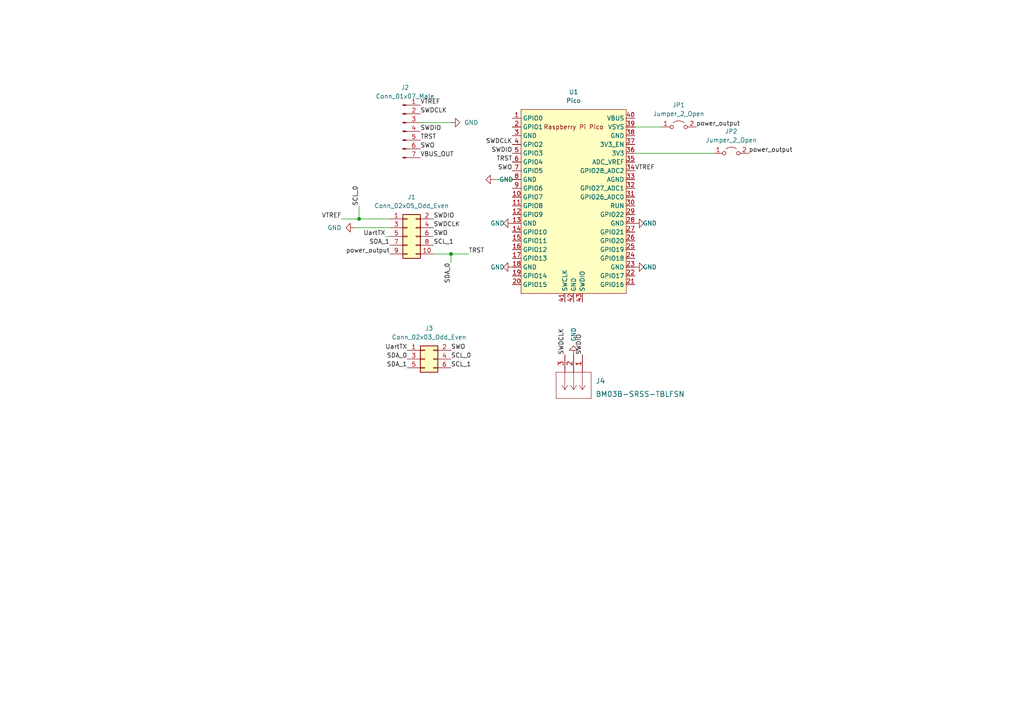
<source format=kicad_sch>
(kicad_sch (version 20211123) (generator eeschema)
  (paper "A4")
  (lib_symbols
    (symbol "Connector:Conn_01x07_Male" (pin_names (offset 1.016) hide)
      (property "Reference" "J" (at 0 10.16 0))
      (property "Value" "Conn_01x07_Male" (at 0 -10.16 0))
      (symbol "Conn_01x07_Male_1_1"
        (polyline (pts (xy 1.27 -7.62) (xy 0.8636 -7.62)) (stroke (width 0.1524)))
        (polyline (pts (xy 1.27 -5.08) (xy 0.8636 -5.08)) (stroke (width 0.1524)))
        (polyline (pts (xy 1.27 -2.54) (xy 0.8636 -2.54)) (stroke (width 0.1524)))
        (polyline (pts (xy 1.27 0) (xy 0.8636 0)) (stroke (width 0.1524)))
        (polyline (pts (xy 1.27 2.54) (xy 0.8636 2.54)) (stroke (width 0.1524)))
        (polyline (pts (xy 1.27 5.08) (xy 0.8636 5.08)) (stroke (width 0.1524)))
        (polyline (pts (xy 1.27 7.62) (xy 0.8636 7.62)) (stroke (width 0.1524)))
        (rectangle (start 0.8636 -7.493) (end 0 -7.747) (stroke (width 0.1524)) (fill (type outline)))
        (rectangle (start 0.8636 -4.953) (end 0 -5.207) (stroke (width 0.1524)) (fill (type outline)))
        (rectangle (start 0.8636 -2.413) (end 0 -2.667) (stroke (width 0.1524)) (fill (type outline)))
        (rectangle (start 0.8636 0.127) (end 0 -0.127) (stroke (width 0.1524)) (fill (type outline)))
        (rectangle (start 0.8636 2.667) (end 0 2.413) (stroke (width 0.1524)) (fill (type outline)))
        (rectangle (start 0.8636 5.207) (end 0 4.953) (stroke (width 0.1524)) (fill (type outline)))
        (rectangle (start 0.8636 7.747) (end 0 7.493) (stroke (width 0.1524)) (fill (type outline)))
        (pin passive line (at 5.08 7.62 180) (length 3.81) (name "Pin_1") (number "1"))
        (pin passive line (at 5.08 5.08 180) (length 3.81) (name "Pin_2") (number "2"))
        (pin passive line (at 5.08 2.54 180) (length 3.81) (name "Pin_3") (number "3"))
        (pin passive line (at 5.08 0 180) (length 3.81) (name "Pin_4") (number "4"))
        (pin passive line (at 5.08 -2.54 180) (length 3.81) (name "Pin_5") (number "5"))
        (pin passive line (at 5.08 -5.08 180) (length 3.81) (name "Pin_6") (number "6"))
        (pin passive line (at 5.08 -7.62 180) (length 3.81) (name "Pin_7") (number "7"))
      )
    )
    (symbol "Connector_Generic:Conn_02x03_Odd_Even" (pin_names (offset 1.016) hide)
      (property "Reference" "J" (at 1.27 5.08 0))
      (property "Value" "Conn_02x03_Odd_Even" (at 1.27 -5.08 0))
      (symbol "Conn_02x03_Odd_Even_1_1"
        (rectangle (start -1.27 -2.413) (end 0 -2.667) (stroke (width 0.1524)))
        (rectangle (start -1.27 0.127) (end 0 -0.127) (stroke (width 0.1524)))
        (rectangle (start -1.27 2.667) (end 0 2.413) (stroke (width 0.1524)))
        (rectangle (start -1.27 3.81) (end 3.81 -3.81) (stroke (width 0.254)) (fill (type background)))
        (rectangle (start 3.81 -2.413) (end 2.54 -2.667) (stroke (width 0.1524)))
        (rectangle (start 3.81 0.127) (end 2.54 -0.127) (stroke (width 0.1524)))
        (rectangle (start 3.81 2.667) (end 2.54 2.413) (stroke (width 0.1524)))
        (pin passive line (at -5.08 2.54 0) (length 3.81) (name "Pin_1") (number "1"))
        (pin passive line (at 7.62 2.54 180) (length 3.81) (name "Pin_2") (number "2"))
        (pin passive line (at -5.08 0 0) (length 3.81) (name "Pin_3") (number "3"))
        (pin passive line (at 7.62 0 180) (length 3.81) (name "Pin_4") (number "4"))
        (pin passive line (at -5.08 -2.54 0) (length 3.81) (name "Pin_5") (number "5"))
        (pin passive line (at 7.62 -2.54 180) (length 3.81) (name "Pin_6") (number "6"))
      )
    )
    (symbol "Connector_Generic:Conn_02x05_Odd_Even" (pin_names (offset 1.016) hide)
      (property "Reference" "J" (at 1.27 7.62 0))
      (property "Value" "Conn_02x05_Odd_Even" (at 1.27 -7.62 0))
      (symbol "Conn_02x05_Odd_Even_1_1"
        (rectangle (start -1.27 -4.953) (end 0 -5.207) (stroke (width 0.1524)))
        (rectangle (start -1.27 -2.413) (end 0 -2.667) (stroke (width 0.1524)))
        (rectangle (start -1.27 0.127) (end 0 -0.127) (stroke (width 0.1524)))
        (rectangle (start -1.27 2.667) (end 0 2.413) (stroke (width 0.1524)))
        (rectangle (start -1.27 5.207) (end 0 4.953) (stroke (width 0.1524)))
        (rectangle (start -1.27 6.35) (end 3.81 -6.35) (stroke (width 0.254)) (fill (type background)))
        (rectangle (start 3.81 -4.953) (end 2.54 -5.207) (stroke (width 0.1524)))
        (rectangle (start 3.81 -2.413) (end 2.54 -2.667) (stroke (width 0.1524)))
        (rectangle (start 3.81 0.127) (end 2.54 -0.127) (stroke (width 0.1524)))
        (rectangle (start 3.81 2.667) (end 2.54 2.413) (stroke (width 0.1524)))
        (rectangle (start 3.81 5.207) (end 2.54 4.953) (stroke (width 0.1524)))
        (pin passive line (at -5.08 5.08 0) (length 3.81) (name "Pin_1") (number "1"))
        (pin passive line (at 7.62 -5.08 180) (length 3.81) (name "Pin_10") (number "10"))
        (pin passive line (at 7.62 5.08 180) (length 3.81) (name "Pin_2") (number "2"))
        (pin passive line (at -5.08 2.54 0) (length 3.81) (name "Pin_3") (number "3"))
        (pin passive line (at 7.62 2.54 180) (length 3.81) (name "Pin_4") (number "4"))
        (pin passive line (at -5.08 0 0) (length 3.81) (name "Pin_5") (number "5"))
        (pin passive line (at 7.62 0 180) (length 3.81) (name "Pin_6") (number "6"))
        (pin passive line (at -5.08 -2.54 0) (length 3.81) (name "Pin_7") (number "7"))
        (pin passive line (at 7.62 -2.54 180) (length 3.81) (name "Pin_8") (number "8"))
        (pin passive line (at -5.08 -5.08 0) (length 3.81) (name "Pin_9") (number "9"))
      )
    )
    (symbol "Jumper:Jumper_2_Open" (pin_names (offset 0) hide)
      (property "Reference" "JP" (at 0 2.794 0))
      (property "Value" "Jumper_2_Open" (at 0 -2.286 0))
      (symbol "Jumper_2_Open_0_0"
        (circle (center -2.032 0) (radius 0.508))
        (circle (center 2.032 0) (radius 0.508))
      )
      (symbol "Jumper_2_Open_0_1"
        (arc (start 1.524 1.27) (mid 0 1.778) (end -1.524 1.27))
      )
      (symbol "Jumper_2_Open_1_1"
        (pin passive line (at -5.08 0 0) (length 2.54) (name "A") (number "1"))
        (pin passive line (at 5.08 0 180) (length 2.54) (name "B") (number "2"))
      )
    )
    (symbol "MCU_RaspberryPi_and_Boards:Pico"
      (property "Reference" "U" (at -13.97 27.94 0))
      (property "Value" "Pico" (at 0 19.05 0))
      (symbol "Pico_0_0"
        (text "Raspberry Pi Pico" (at 0 21.59 0) (effects (font (size 1.27 1.27))))
      )
      (symbol "Pico_0_1"
        (rectangle (start -15.24 26.67) (end 15.24 -26.67) (fill (type background)))
      )
      (symbol "Pico_1_1"
        (pin bidirectional line (at -17.78 24.13 0) (length 2.54) (name "GPIO0") (number "1"))
        (pin bidirectional line (at -17.78 1.27 0) (length 2.54) (name "GPIO7") (number "10"))
        (pin bidirectional line (at -17.78 -1.27 0) (length 2.54) (name "GPIO8") (number "11"))
        (pin bidirectional line (at -17.78 -3.81 0) (length 2.54) (name "GPIO9") (number "12"))
        (pin power_in line (at -17.78 -6.35 0) (length 2.54) (name "GND") (number "13"))
        (pin bidirectional line (at -17.78 -8.89 0) (length 2.54) (name "GPIO10") (number "14"))
        (pin bidirectional line (at -17.78 -11.43 0) (length 2.54) (name "GPIO11") (number "15"))
        (pin bidirectional line (at -17.78 -13.97 0) (length 2.54) (name "GPIO12") (number "16"))
        (pin bidirectional line (at -17.78 -16.51 0) (length 2.54) (name "GPIO13") (number "17"))
        (pin power_in line (at -17.78 -19.05 0) (length 2.54) (name "GND") (number "18"))
        (pin bidirectional line (at -17.78 -21.59 0) (length 2.54) (name "GPIO14") (number "19"))
        (pin bidirectional line (at -17.78 21.59 0) (length 2.54) (name "GPIO1") (number "2"))
        (pin bidirectional line (at -17.78 -24.13 0) (length 2.54) (name "GPIO15") (number "20"))
        (pin bidirectional line (at 17.78 -24.13 180) (length 2.54) (name "GPIO16") (number "21"))
        (pin bidirectional line (at 17.78 -21.59 180) (length 2.54) (name "GPIO17") (number "22"))
        (pin power_in line (at 17.78 -19.05 180) (length 2.54) (name "GND") (number "23"))
        (pin bidirectional line (at 17.78 -16.51 180) (length 2.54) (name "GPIO18") (number "24"))
        (pin bidirectional line (at 17.78 -13.97 180) (length 2.54) (name "GPIO19") (number "25"))
        (pin bidirectional line (at 17.78 -11.43 180) (length 2.54) (name "GPIO20") (number "26"))
        (pin bidirectional line (at 17.78 -8.89 180) (length 2.54) (name "GPIO21") (number "27"))
        (pin power_in line (at 17.78 -6.35 180) (length 2.54) (name "GND") (number "28"))
        (pin bidirectional line (at 17.78 -3.81 180) (length 2.54) (name "GPIO22") (number "29"))
        (pin power_in line (at -17.78 19.05 0) (length 2.54) (name "GND") (number "3"))
        (pin input line (at 17.78 -1.27 180) (length 2.54) (name "RUN") (number "30"))
        (pin bidirectional line (at 17.78 1.27 180) (length 2.54) (name "GPIO26_ADC0") (number "31"))
        (pin bidirectional line (at 17.78 3.81 180) (length 2.54) (name "GPIO27_ADC1") (number "32"))
        (pin power_in line (at 17.78 6.35 180) (length 2.54) (name "AGND") (number "33"))
        (pin bidirectional line (at 17.78 8.89 180) (length 2.54) (name "GPIO28_ADC2") (number "34"))
        (pin power_in line (at 17.78 11.43 180) (length 2.54) (name "ADC_VREF") (number "35"))
        (pin power_in line (at 17.78 13.97 180) (length 2.54) (name "3V3") (number "36"))
        (pin input line (at 17.78 16.51 180) (length 2.54) (name "3V3_EN") (number "37"))
        (pin bidirectional line (at 17.78 19.05 180) (length 2.54) (name "GND") (number "38"))
        (pin power_in line (at 17.78 21.59 180) (length 2.54) (name "VSYS") (number "39"))
        (pin bidirectional line (at -17.78 16.51 0) (length 2.54) (name "GPIO2") (number "4"))
        (pin power_in line (at 17.78 24.13 180) (length 2.54) (name "VBUS") (number "40"))
        (pin input line (at -2.54 -29.21 90) (length 2.54) (name "SWCLK") (number "41"))
        (pin power_in line (at 0 -29.21 90) (length 2.54) (name "GND") (number "42"))
        (pin bidirectional line (at 2.54 -29.21 90) (length 2.54) (name "SWDIO") (number "43"))
        (pin bidirectional line (at -17.78 13.97 0) (length 2.54) (name "GPIO3") (number "5"))
        (pin bidirectional line (at -17.78 11.43 0) (length 2.54) (name "GPIO4") (number "6"))
        (pin bidirectional line (at -17.78 8.89 0) (length 2.54) (name "GPIO5") (number "7"))
        (pin power_in line (at -17.78 6.35 0) (length 2.54) (name "GND") (number "8"))
        (pin bidirectional line (at -17.78 3.81 0) (length 2.54) (name "GPIO6") (number "9"))
      )
    )
    (symbol "jst:BM03B-SRSS-TBLFSN" (pin_names (offset 0.254) hide)
      (property "Reference" "J" (at 8.89 6.35 0))
      (property "Value" "BM03B-SRSS-TBLFSN" (at 10.16 -2.54 0))
      (symbol "BM03B-SRSS-TBLFSN_1_1"
        (polyline (pts (xy 5.08 -7.62) (xy 12.7 -7.62)) (stroke (width 0.127)))
        (polyline (pts (xy 5.08 2.54) (xy 5.08 -7.62)) (stroke (width 0.127)))
        (polyline (pts (xy 10.16 -5.08) (xy 5.08 -5.08)) (stroke (width 0.127)))
        (polyline (pts (xy 10.16 -5.08) (xy 8.89 -5.9182)) (stroke (width 0.127)))
        (polyline (pts (xy 10.16 -5.08) (xy 8.89 -4.2418)) (stroke (width 0.127)))
        (polyline (pts (xy 10.16 -2.54) (xy 5.08 -2.54)) (stroke (width 0.127)))
        (polyline (pts (xy 10.16 -2.54) (xy 8.89 -3.3782)) (stroke (width 0.127)))
        (polyline (pts (xy 10.16 -2.54) (xy 8.89 -1.7018)) (stroke (width 0.127)))
        (polyline (pts (xy 10.16 0) (xy 5.08 0)) (stroke (width 0.127)))
        (polyline (pts (xy 10.16 0) (xy 8.89 -0.8382)) (stroke (width 0.127)))
        (polyline (pts (xy 10.16 0) (xy 8.89 0.8382)) (stroke (width 0.127)))
        (polyline (pts (xy 12.7 -7.62) (xy 12.7 2.54)) (stroke (width 0.127)))
        (polyline (pts (xy 12.7 2.54) (xy 5.08 2.54)) (stroke (width 0.127)))
        (pin unspecified line (at 0 0 0) (length 5.08) (name "1") (number "1"))
        (pin unspecified line (at 0 -2.54 0) (length 5.08) (name "2") (number "2"))
        (pin unspecified line (at 0 -5.08 0) (length 5.08) (name "3") (number "3"))
      )
    )
    (symbol "power:GND" (power) (pin_names (offset 0))
      (property "Value" "GND" (at 0 -3.81 0))
      (symbol "GND_0_1"
        (polyline (pts (xy 0 0) (xy 0 -1.27) (xy 1.27 -1.27) (xy 0 -2.54) (xy -1.27 -1.27) (xy 0 -1.27)))
      )
      (symbol "GND_1_1"
        (pin power_in line (at 0 0 270) (length 0) hide (name "GND") (number "1"))
      )
    )
  )
  (junction (at 130.81 73.66))
  (junction (at 104.14 63.5))
  (wire (pts (xy 104.14 63.5) (xy 113.03 63.5)))
  (wire (pts (xy 102.87 66.04) (xy 113.03 66.04)))
  (wire (pts (xy 143.51 52.07) (xy 148.59 52.07)))
  (wire (pts (xy 99.06 63.5) (xy 104.14 63.5)))
  (wire (pts (xy 130.81 73.66) (xy 125.73 73.66)))
  (wire (pts (xy 111.76 68.58) (xy 113.03 68.58)))
  (wire (pts (xy 104.14 59.69) (xy 104.14 63.5)))
  (wire (pts (xy 184.15 44.45) (xy 207.01 44.45)))
  (wire (pts (xy 130.81 73.66) (xy 130.81 76.2)))
  (wire (pts (xy 130.81 35.56) (xy 121.92 35.56)))
  (wire (pts (xy 184.15 36.83) (xy 191.77 36.83)))
  (wire (pts (xy 135.89 73.66) (xy 130.81 73.66)))
  (label "SWDCLK" (at 121.92 33.02 0))
  (label "SWDIO" (at 121.92 38.1 0))
  (label "SWDIO" (at 148.59 44.45 180))
  (label "TRST" (at 148.59 46.99 180))
  (label "power_output" (at 217.17 44.45 0))
  (label "power_output" (at 113.03 73.66 180))
  (label "SCL_0" (at 104.14 59.69 90))
  (label "SWDCLK" (at 125.73 66.04 0))
  (label "UartTX" (at 118.11 101.6 180))
  (label "SWO" (at 148.59 49.53 180))
  (label "SDA_0" (at 118.11 104.14 180))
  (label "VBUS_OUT" (at 121.92 45.72 0))
  (label "SWDCLK" (at 163.83 102.87 90))
  (label "SCL_1" (at 125.73 71.12 0))
  (label "SDA_1" (at 118.11 106.68 180))
  (label "VTREF" (at 184.15 49.53 0))
  (label "power_output" (at 201.93 36.83 0))
  (label "TRST" (at 135.89 73.66 0))
  (label "SCL_0" (at 130.81 104.14 0))
  (label "SDA_1" (at 113.03 71.12 180))
  (label "SCL_1" (at 130.81 106.68 0))
  (label "SWDIO" (at 125.73 63.5 0))
  (label "SWDCLK" (at 148.59 41.91 180))
  (label "SWO" (at 121.92 43.18 0))
  (label "VTREF" (at 121.92 30.48 0))
  (label "UartTX" (at 111.76 68.58 180))
  (label "SWO" (at 125.73 68.58 0))
  (label "VTREF" (at 99.06 63.5 180))
  (label "SWDIO" (at 168.91 102.87 90))
  (label "SDA_0" (at 130.81 76.2 270))
  (label "SWO" (at 130.81 101.6 0))
  (label "TRST" (at 121.92 40.64 0))
  (symbol (lib_id "Jumper:Jumper_2_Open") (at 196.85 36.83 0) (unit 1)
    (property "Reference" "JP1" (at 196.85 30.48 0))
    (property "Value" "Jumper_2_Open" (at 196.85 33.02 0))
    (property "Footprint" "Connector_PinHeader_2.54mm:PinHeader_1x02_P2.54mm_Vertical" (effects hide))
  )
  (symbol (lib_id "power:GND") (at 166.37 102.87 180) (unit 1)
    (property "Reference" "#PWR0103" (effects hide))
    (property "Value" "GND" (at 166.3701 99.06 90) (effects (justify right)))
  )
  (symbol (lib_id "power:GND") (at 148.59 64.77 270) (unit 1)
    (property "Reference" "#PWR0107" (effects hide))
    (property "Value" "GND" (at 142.24 64.77 90) (effects (justify left)))
  )
  (symbol (lib_id "Jumper:Jumper_2_Open") (at 212.09 44.45 0) (unit 1)
    (property "Reference" "JP2" (at 212.09 38.1 0))
    (property "Value" "Jumper_2_Open" (at 212.09 40.64 0))
    (property "Footprint" "Connector_PinHeader_2.54mm:PinHeader_1x02_P2.54mm_Vertical" (effects hide))
  )
  (symbol (lib_id "power:GND") (at 184.15 64.77 90) (unit 1)
    (property "Reference" "#PWR0106" (effects hide))
    (property "Value" "GND" (at 190.5 64.77 90) (effects (justify left)))
  )
  (symbol (lib_id "MCU_RaspberryPi_and_Boards:Pico") (at 166.37 58.42 0) (unit 1)
    (property "Reference" "U1" (at 166.37 26.67 0))
    (property "Value" "Pico" (at 166.37 29.21 0))
    (property "Footprint" "MCU_RaspberryPi_and_Boards:RPi_Pico_SMD_TH" (effects hide))
  )
  (symbol (lib_id "Connector:Conn_01x07_Male") (at 116.84 38.1 0) (unit 1)
    (property "Reference" "J2" (at 117.475 25.4 0))
    (property "Value" "Conn_01x07_Male" (at 117.475 27.94 0))
    (property "Footprint" "Connector_PinSocket_2.54mm:PinSocket_1x07_P2.54mm_Horizontal" (effects hide))
  )
  (symbol (lib_id "power:GND") (at 184.15 77.47 90) (unit 1)
    (property "Reference" "#PWR0105" (effects hide))
    (property "Value" "GND" (at 190.5 77.47 90) (effects (justify left)))
  )
  (symbol (lib_id "power:GND") (at 148.59 77.47 270) (unit 1)
    (property "Reference" "#PWR0108" (effects hide))
    (property "Value" "GND" (at 142.24 77.47 90) (effects (justify left)))
  )
  (symbol (lib_id "power:GND") (at 130.81 35.56 90) (unit 1)
    (property "Reference" "#PWR0102" (effects hide))
    (property "Value" "GND" (at 134.62 35.5599 90) (effects (justify right)))
  )
  (symbol (lib_id "Connector_Generic:Conn_02x05_Odd_Even") (at 118.11 68.58 0) (unit 1)
    (property "Reference" "J1" (at 119.38 57.15 0))
    (property "Value" "Conn_02x05_Odd_Even" (at 119.38 59.69 0))
    (property "Footprint" "LocalFootprints:3220-10-0300-00-TR" (effects hide))
  )
  (symbol (lib_id "power:GND") (at 143.51 52.07 270) (unit 1)
    (property "Reference" "#PWR0104" (effects hide))
    (property "Value" "GND" (at 144.78 52.0699 90) (effects (justify left)))
  )
  (symbol (lib_id "Connector_Generic:Conn_02x03_Odd_Even") (at 123.19 104.14 0) (unit 1)
    (property "Reference" "J3" (at 124.46 95.25 0))
    (property "Value" "Conn_02x03_Odd_Even" (at 124.46 97.79 0))
    (property "Footprint" "Connector_PinSocket_2.54mm:PinSocket_2x03_P2.54mm_Vertical" (effects hide))
  )
  (symbol (lib_id "jst:BM03B-SRSS-TBLFSN") (at 168.91 102.87 270) (unit 1)
    (property "Reference" "J4" (at 172.72 110.49 90) (effects (font (size 1.524 1.524)) (justify left)))
    (property "Value" "BM03B-SRSS-TBLFSN" (at 172.72 114.3 90) (effects (font (size 1.524 1.524)) (justify left)))
    (property "Footprint" "JST:BM03B-SRSS-TBLFSN" (effects hide))
  )
  (symbol (lib_id "power:GND") (at 102.87 66.04 270) (unit 1)
    (property "Reference" "#PWR0101" (effects hide))
    (property "Value" "GND" (at 99.06 66.0399 90) (effects (justify right)))
  )
)
</source>
